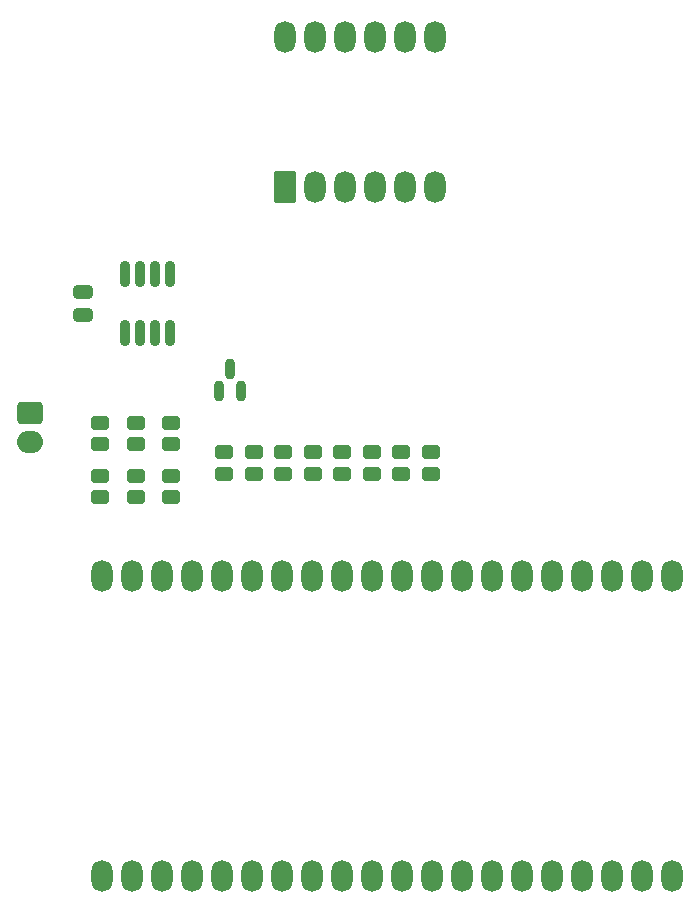
<source format=gts>
%TF.GenerationSoftware,KiCad,Pcbnew,(6.0.5)*%
%TF.CreationDate,2022-07-14T21:33:15+08:00*%
%TF.ProjectId,thermometer,74686572-6d6f-46d6-9574-65722e6b6963,rev?*%
%TF.SameCoordinates,Original*%
%TF.FileFunction,Soldermask,Top*%
%TF.FilePolarity,Negative*%
%FSLAX46Y46*%
G04 Gerber Fmt 4.6, Leading zero omitted, Abs format (unit mm)*
G04 Created by KiCad (PCBNEW (6.0.5)) date 2022-07-14 21:33:15*
%MOMM*%
%LPD*%
G01*
G04 APERTURE LIST*
G04 Aperture macros list*
%AMRoundRect*
0 Rectangle with rounded corners*
0 $1 Rounding radius*
0 $2 $3 $4 $5 $6 $7 $8 $9 X,Y pos of 4 corners*
0 Add a 4 corners polygon primitive as box body*
4,1,4,$2,$3,$4,$5,$6,$7,$8,$9,$2,$3,0*
0 Add four circle primitives for the rounded corners*
1,1,$1+$1,$2,$3*
1,1,$1+$1,$4,$5*
1,1,$1+$1,$6,$7*
1,1,$1+$1,$8,$9*
0 Add four rect primitives between the rounded corners*
20,1,$1+$1,$2,$3,$4,$5,0*
20,1,$1+$1,$4,$5,$6,$7,0*
20,1,$1+$1,$6,$7,$8,$9,0*
20,1,$1+$1,$8,$9,$2,$3,0*%
G04 Aperture macros list end*
%ADD10RoundRect,0.350000X0.450000X-0.262500X0.450000X0.262500X-0.450000X0.262500X-0.450000X-0.262500X0*%
%ADD11RoundRect,0.350000X-0.750000X0.600000X-0.750000X-0.600000X0.750000X-0.600000X0.750000X0.600000X0*%
%ADD12O,2.200000X1.900000*%
%ADD13RoundRect,0.350000X-0.450000X0.262500X-0.450000X-0.262500X0.450000X-0.262500X0.450000X0.262500X0*%
%ADD14RoundRect,0.350000X-0.475000X0.250000X-0.475000X-0.250000X0.475000X-0.250000X0.475000X0.250000X0*%
%ADD15RoundRect,0.100000X0.800000X-1.250000X0.800000X1.250000X-0.800000X1.250000X-0.800000X-1.250000X0*%
%ADD16O,1.800000X2.700000*%
%ADD17RoundRect,0.250000X0.150000X-0.825000X0.150000X0.825000X-0.150000X0.825000X-0.150000X-0.825000X0*%
%ADD18RoundRect,0.250000X0.150000X-0.587500X0.150000X0.587500X-0.150000X0.587500X-0.150000X-0.587500X0*%
G04 APERTURE END LIST*
D10*
%TO.C,R11*%
X88300000Y-111987500D03*
X88300000Y-113812500D03*
%TD*%
%TO.C,R13*%
X83300000Y-111987500D03*
X83300000Y-113812500D03*
%TD*%
D11*
%TO.C,J1*%
X56825000Y-108650000D03*
D12*
X56825000Y-111150000D03*
%TD*%
D10*
%TO.C,R12*%
X85800000Y-113812500D03*
X85800000Y-111987500D03*
%TD*%
%TO.C,R3*%
X68800000Y-113987500D03*
X68800000Y-115812500D03*
%TD*%
%TO.C,R14*%
X80800000Y-111987500D03*
X80800000Y-113812500D03*
%TD*%
%TO.C,R5*%
X65800000Y-109487500D03*
X65800000Y-111312500D03*
%TD*%
D13*
%TO.C,R1*%
X62800000Y-113987500D03*
X62800000Y-115812500D03*
%TD*%
D14*
%TO.C,C1*%
X61300000Y-98450000D03*
X61300000Y-100350000D03*
%TD*%
D10*
%TO.C,R4*%
X68800000Y-111312500D03*
X68800000Y-109487500D03*
%TD*%
D15*
%TO.C,U4*%
X78450000Y-89550000D03*
D16*
X80990000Y-89550000D03*
X83530000Y-89550000D03*
X86070000Y-89550000D03*
X88610000Y-89550000D03*
X91150000Y-89550000D03*
X91150000Y-76850000D03*
X88610000Y-76850000D03*
X86070000Y-76850000D03*
X83530000Y-76850000D03*
X80990000Y-76850000D03*
X78450000Y-76850000D03*
%TD*%
%TO.C,U1*%
X62980000Y-122500000D03*
X65520000Y-122500000D03*
X68060000Y-122500000D03*
X70600000Y-122500000D03*
X73140000Y-122500000D03*
X75680000Y-122500000D03*
X78220000Y-122500000D03*
X80760000Y-122500000D03*
X83300000Y-122500000D03*
X85840000Y-122500000D03*
X88380000Y-122500000D03*
X90920000Y-122500000D03*
X93460000Y-122500000D03*
X96000000Y-122500000D03*
X98540000Y-122500000D03*
X101080000Y-122500000D03*
X103620000Y-122500000D03*
X106160000Y-122500000D03*
X108700000Y-122500000D03*
X111240000Y-122500000D03*
X111240000Y-147900000D03*
X108700000Y-147900000D03*
X106160000Y-147900000D03*
X103620000Y-147900000D03*
X101080000Y-147900000D03*
X98540000Y-147900000D03*
X96000000Y-147900000D03*
X93460000Y-147900000D03*
X90920000Y-147900000D03*
X88380000Y-147900000D03*
X85840000Y-147900000D03*
X83300000Y-147900000D03*
X80760000Y-147900000D03*
X78220000Y-147900000D03*
X75680000Y-147900000D03*
X73140000Y-147900000D03*
X70600000Y-147900000D03*
X68060000Y-147900000D03*
X65520000Y-147900000D03*
X62980000Y-147900000D03*
%TD*%
D10*
%TO.C,R6*%
X62800000Y-111312500D03*
X62800000Y-109487500D03*
%TD*%
%TO.C,R7*%
X73300000Y-113812500D03*
X73300000Y-111987500D03*
%TD*%
D17*
%TO.C,U3*%
X64895000Y-96925000D03*
X66165000Y-96925000D03*
X67435000Y-96925000D03*
X68705000Y-96925000D03*
X68705000Y-101875000D03*
X67435000Y-101875000D03*
X66165000Y-101875000D03*
X64895000Y-101875000D03*
%TD*%
D18*
%TO.C,U2*%
X73800000Y-104962500D03*
X74750000Y-106837500D03*
X72850000Y-106837500D03*
%TD*%
D10*
%TO.C,R10*%
X90800000Y-111987500D03*
X90800000Y-113812500D03*
%TD*%
%TO.C,R8*%
X75800000Y-113812500D03*
X75800000Y-111987500D03*
%TD*%
%TO.C,R9*%
X78300000Y-113812500D03*
X78300000Y-111987500D03*
%TD*%
D13*
%TO.C,R2*%
X65800000Y-113987500D03*
X65800000Y-115812500D03*
%TD*%
M02*

</source>
